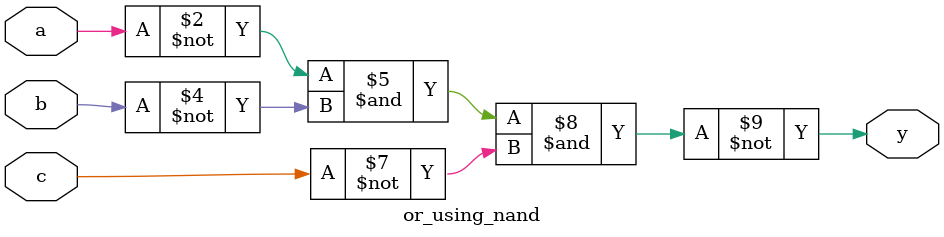
<source format=sv>
`timescale 1ns/1ps
module or_using_nand(a,b,c,y);
  input wire a,b,c;
  output wire y;
  
  assign y = ~(~(a&a) & ~(b&b) & ~(c&c));
  
endmodule
  
</source>
